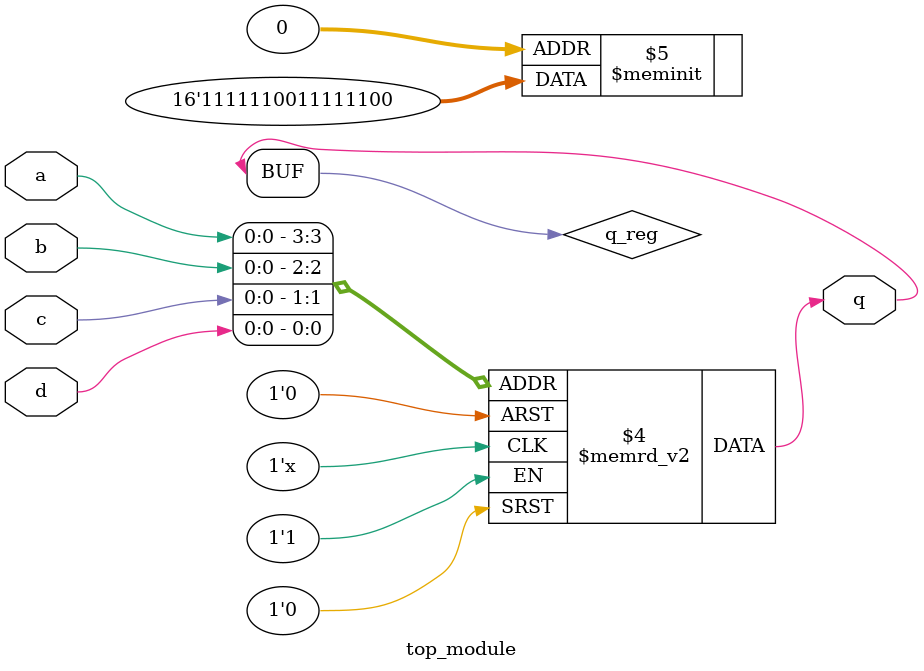
<source format=sv>
module top_module (
    input a, 
    input b, 
    input c, 
    input d,
    output q
);

reg q_reg;

always @(*) begin
    case ({a, b, c, d})
        4'b0000: q_reg = 1'b0;
        4'b0001: q_reg = 1'b0;
        4'b0010: q_reg = 1'b1;
        4'b0011: q_reg = 1'b1;
        4'b0100: q_reg = 1'b1;
        4'b0101: q_reg = 1'b1;
        4'b0110: q_reg = 1'b1;
        4'b0111: q_reg = 1'b1;
        4'b1000: q_reg = 1'b0;
        4'b1001: q_reg = 1'b0;
        4'b1010: q_reg = 1'b1;
        4'b1011: q_reg = 1'b1;
        4'b1100: q_reg = 1'b1;
        4'b1101: q_reg = 1'b1;
        4'b1110: q_reg = 1'b1;
        4'b1111: q_reg = 1'b1;
        default: q_reg = 1'bx;
    endcase
end

assign q = q_reg;

endmodule

</source>
